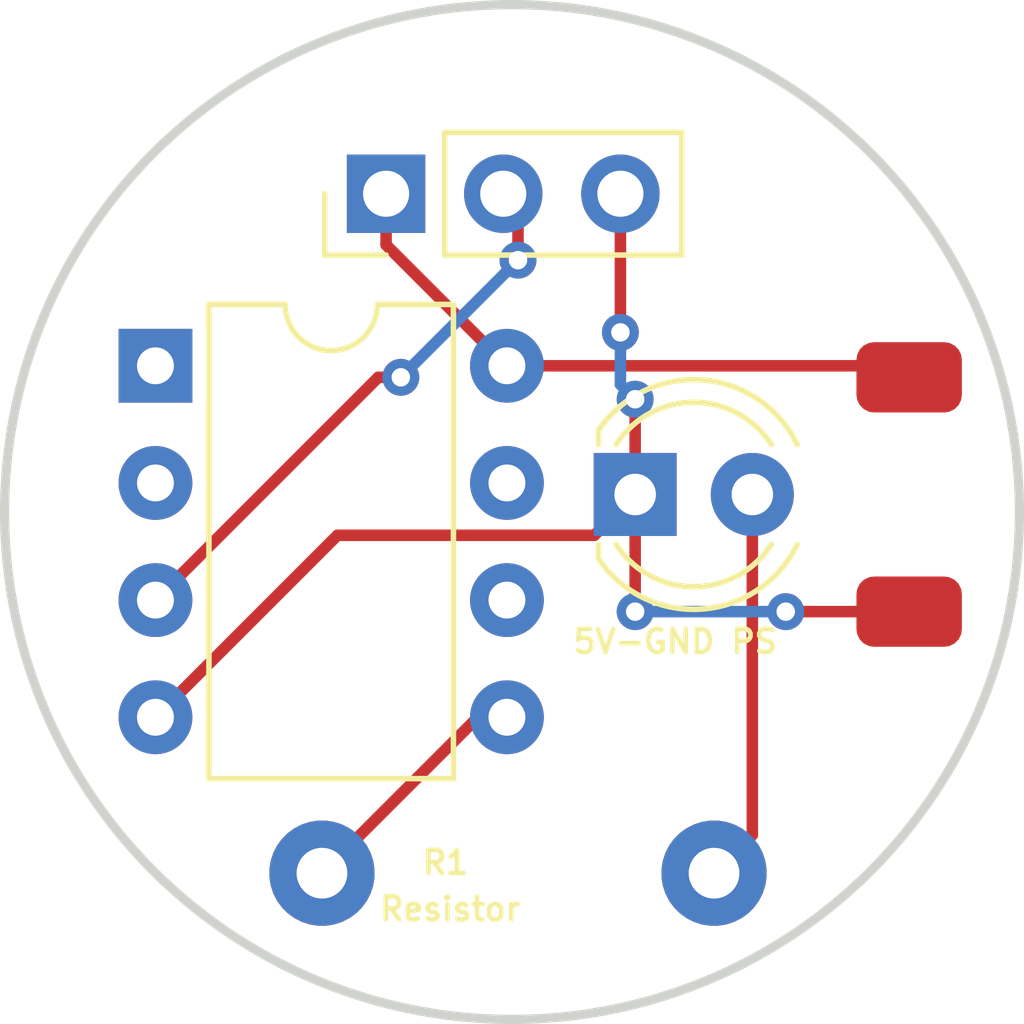
<source format=kicad_pcb>
(kicad_pcb (version 20221018) (generator pcbnew)
  (layers (0 "F.Cu" signal) (31 "B.Cu" signal) (34 "B.Paste" user) (35 "F.Paste" user) (36 "B.SilkS" user "B.Silkscreen") (37 "F.SilkS" user "F.Silkscreen") (38 "B.Mask" user) (39 "F.Mask" user) (44 "Edge.Cuts" user))
  (net 0 "")
  (net 1 "Net-(D1-K)")
  (net 2 "Net-(D1-A)")
  (net 5 "Net-(U1-XTAL2{slash}PB4)")
  (net 8 "Net-(U1-VCC)")
  (net 9 "Net-(U1-AREF{slash}PB0)")
  (footprint "LED_THT:LED_D4.0mm" (layer "F.Cu") (at 152.4 96.52)
    (fp_text reference "D1" hide)
    (fp_text value "LED")
    (fp_line (start -0.79 -1.399) (end -0.79 -1.08) (stroke (width 0.12)) (layer "F.SilkS"))
    (fp_line (start -0.79 1.08) (end -0.79 1.399) (stroke (width 0.12)) (layer "F.SilkS"))
    (fp_arc (start -0.79 -1.398749) (mid 1.453519 -2.483228) (end 3.513242 -1.080724) (stroke (width 0.12)) (layer "F.SilkS"))
    (fp_arc (start -0.41333 -1.08) (mid 1.269429 -2) (end 2.952713 -1.080961) (stroke (width 0.12)) (layer "F.SilkS"))
    (fp_arc (start 2.952713 1.080961) (mid 1.269429 2) (end -0.41333 1.08) (stroke (width 0.12)) (layer "F.SilkS"))
    (fp_arc (start 3.513242 1.080724) (mid 1.453519 2.483228) (end -0.79 1.398749) (stroke (width 0.12)) (layer "F.SilkS"))
    (pad "1" thru_hole rect (at 0 0) (size 1.8 1.8) (drill 0.9) (layers "*.Cu" "*.Mask") (net 1 "Net-(D1-K)"))
    (pad "2" thru_hole circle (at 2.54 0) (size 1.8 1.8) (drill 0.9) (layers "*.Cu" "*.Mask") (net 2 "Net-(D1-A)"))
  )
  (footprint "Connector_PinHeader_2.54mm:PinHeader_1x03_P2.54mm_Vertical" (layer "F.Cu") (at 147 90 90)
    (fp_text reference "U3" hide)
    (fp_text value "~")
    (fp_line (start -1.33 -1.33) (end 0 -1.33) (stroke (width 0.12)) (layer "F.SilkS"))
    (fp_line (start -1.33 0) (end -1.33 -1.33) (stroke (width 0.12)) (layer "F.SilkS"))
    (fp_line (start -1.33 1.27) (end -1.33 6.41) (stroke (width 0.12)) (layer "F.SilkS"))
    (fp_line (start -1.33 1.27) (end 1.33 1.27) (stroke (width 0.12)) (layer "F.SilkS"))
    (fp_line (start -1.33 6.41) (end 1.33 6.41) (stroke (width 0.12)) (layer "F.SilkS"))
    (fp_line (start 1.33 1.27) (end 1.33 6.41) (stroke (width 0.12)) (layer "F.SilkS"))
    (pad "1" thru_hole rect (at 0 0 90) (size 1.7 1.7) (drill 1) (layers "*.Cu" "*.Mask") (net 8 "Net-(U1-VCC)"))
    (pad "2" thru_hole oval (at 0 2.54 90) (size 1.7 1.7) (drill 1) (layers "*.Cu" "*.Mask") (net 5 "Net-(U1-XTAL2{slash}PB4)"))
    (pad "3" thru_hole oval (at 0 5.08 90) (size 1.7 1.7) (drill 1) (layers "*.Cu" "*.Mask") (net 1 "Net-(D1-K)"))
  )
  (footprint "Custom_FP_Lib:Through-Hole Resistor" (layer "F.Cu") (at 145.29 106)
    (fp_text reference "R1" (at 3 -1.5 unlocked) (layer "F.SilkS") (effects (font (size 0.5 0.5) (thickness 0.1))))
    (fp_text value "330R")
    (fp_text user "Resistor" (at 1.52 -0.2 unlocked) (layer "F.SilkS") (effects (font (size 0.5 0.5) (thickness 0.1)) (justify left bottom)))
    (pad "1" thru_hole custom (at 0.32 -1.27) (size 2.286 2.286) (drill 1.1) (layers "*.Cu" "*.Mask") (net 9 "Net-(U1-AREF{slash}PB0)") (options (clearance outline) (anchor circle)) (primitives))
    (pad "2" thru_hole custom (at 8.82 -1.27) (size 2.286 2.286) (drill 1.1) (layers "*.Cu" "*.Mask") (net 2 "Net-(D1-A)") (options (clearance outline) (anchor circle)) (primitives))
  )
  (footprint "Package_DIP:DIP-8_W7.62mm" (layer "F.Cu") (at 142 93.73)
    (fp_text reference "U1" hide)
    (fp_text value "ATtiny85-20P")
    (fp_line (start 1.16 -1.33) (end 1.16 8.95) (stroke (width 0.12)) (layer "F.SilkS"))
    (fp_line (start 1.16 8.95) (end 6.46 8.95) (stroke (width 0.12)) (layer "F.SilkS"))
    (fp_line (start 2.81 -1.33) (end 1.16 -1.33) (stroke (width 0.12)) (layer "F.SilkS"))
    (fp_line (start 6.46 -1.33) (end 4.81 -1.33) (stroke (width 0.12)) (layer "F.SilkS"))
    (fp_line (start 6.46 8.95) (end 6.46 -1.33) (stroke (width 0.12)) (layer "F.SilkS"))
    (fp_arc (start 4.81 -1.33) (mid 3.81 -0.33) (end 2.81 -1.33) (stroke (width 0.12)) (layer "F.SilkS"))
    (pad "1" thru_hole rect (at 0 0) (size 1.6 1.6) (drill 0.8) (layers "*.Cu" "*.Mask"))
    (pad "2" thru_hole oval (at 0 2.54) (size 1.6 1.6) (drill 0.8) (layers "*.Cu" "*.Mask"))
    (pad "3" thru_hole oval (at 0 5.08) (size 1.6 1.6) (drill 0.8) (layers "*.Cu" "*.Mask") (net 5 "Net-(U1-XTAL2{slash}PB4)"))
    (pad "4" thru_hole oval (at 0 7.62) (size 1.6 1.6) (drill 0.8) (layers "*.Cu" "*.Mask") (net 1 "Net-(D1-K)"))
    (pad "5" thru_hole oval (at 7.62 7.62) (size 1.6 1.6) (drill 0.8) (layers "*.Cu" "*.Mask") (net 9 "Net-(U1-AREF{slash}PB0)"))
    (pad "6" thru_hole oval (at 7.62 5.08) (size 1.6 1.6) (drill 0.8) (layers "*.Cu" "*.Mask"))
    (pad "7" thru_hole oval (at 7.62 2.54) (size 1.6 1.6) (drill 0.8) (layers "*.Cu" "*.Mask"))
    (pad "8" thru_hole oval (at 7.62 0) (size 1.6 1.6) (drill 0.8) (layers "*.Cu" "*.Mask") (net 8 "Net-(U1-VCC)"))
  )
  (footprint "Custom_FP_Lib:Power-Source" (layer "F.Cu") (at 155.8 96.52)
    (fp_text reference "U2" hide)
    (fp_text value "~")
    (fp_text user "5V-GND PS" (at -4.8 3.48 unlocked) (layer "F.SilkS") (effects (font (size 0.5 0.5) (thickness 0.1)) (justify left bottom)))
    (pad "1" smd roundrect (at 2.54 -2.54) (size 2.286 1.524) (layers "F.Cu" "F.Paste" "F.Mask") (net 8 "Net-(U1-VCC)"))
    (pad "2" smd roundrect (at 2.54 2.54) (size 2.286 1.524) (layers "F.Cu" "F.Paste" "F.Mask") (net 1 "Net-(D1-K)"))
  )
  (gr_circle (center 149.73 96.9) (end 160.73 96.9) (stroke (width 0.2)) (fill none) (layer "Edge.Cuts"))
  (segment (start 152.08 90) (end 152.08 93.0055) (width 0.25) (layer "F.Cu") (net 1))
  (segment (start 142 101.35) (end 145.945001 97.404999) (width 0.25) (layer "F.Cu") (net 1))
  (segment (start 152.4 94.4545) (end 152.4 96.52) (width 0.25) (layer "F.Cu") (net 1))
  (segment (start 151.515001 97.404999) (end 152.4 96.52) (width 0.25) (layer "F.Cu") (net 1))
  (segment (start 152.4 99.06) (end 152.4 96.52) (width 0.25) (layer "F.Cu") (net 1))
  (segment (start 145.945001 97.404999) (end 151.515001 97.404999) (width 0.25) (layer "F.Cu") (net 1))
  (segment (start 158.34 99.06) (end 155.6645 99.06) (width 0.25) (layer "F.Cu") (net 1))
  (via (at 152.4 99.06) (size 0.8) (drill 0.4) (layers "F.Cu" "B.Cu") (net 1))
  (via (at 155.6645 99.06) (size 0.8) (drill 0.4) (layers "F.Cu" "B.Cu") (net 1))
  (via (at 152.4 94.4545) (size 0.8) (drill 0.4) (layers "F.Cu" "B.Cu") (net 1))
  (via (at 152.08 93.0055) (size 0.8) (drill 0.4) (layers "F.Cu" "B.Cu") (net 1))
  (segment (start 152.08 93.0055) (end 152.08 94.1345) (width 0.25) (layer "B.Cu") (net 1))
  (segment (start 155.6645 99.06) (end 152.4 99.06) (width 0.25) (layer "B.Cu") (net 1))
  (segment (start 152.08 94.1345) (end 152.4 94.4545) (width 0.25) (layer "B.Cu") (net 1))
  (segment (start 154.94 103.9) (end 154.11 104.73) (width 0.25) (layer "F.Cu") (net 2))
  (segment (start 154.94 96.52) (end 154.94 103.9) (width 0.25) (layer "F.Cu") (net 2))
  (segment (start 142 98.81) (end 146.83 93.98) (width 0.25) (layer "F.Cu") (net 5))
  (segment (start 146.83 93.98) (end 147.32 93.98) (width 0.25) (layer "F.Cu") (net 5))
  (segment (start 149.86 90.32) (end 149.54 90) (width 0.25) (layer "F.Cu") (net 5))
  (segment (start 149.86 91.44) (end 149.86 90.32) (width 0.25) (layer "F.Cu") (net 5))
  (via (at 149.86 91.44) (size 0.8) (drill 0.4) (layers "F.Cu" "B.Cu") (net 5))
  (via (at 147.32 93.98) (size 0.8) (drill 0.4) (layers "F.Cu" "B.Cu") (net 5))
  (segment (start 147.32 93.98) (end 149.86 91.44) (width 0.25) (layer "B.Cu") (net 5))
  (segment (start 147 91.11) (end 147 90) (width 0.25) (layer "F.Cu") (net 8))
  (segment (start 158.34 93.98) (end 158.09 93.73) (width 0.25) (layer "F.Cu") (net 8))
  (segment (start 149.62 93.73) (end 147 91.11) (width 0.25) (layer "F.Cu") (net 8))
  (segment (start 158.09 93.73) (end 149.62 93.73) (width 0.25) (layer "F.Cu") (net 8))
  (segment (start 148.99 101.35) (end 149.62 101.35) (width 0.25) (layer "F.Cu") (net 9))
  (segment (start 145.61 104.73) (end 148.99 101.35) (width 0.25) (layer "F.Cu") (net 9))
)
</source>
